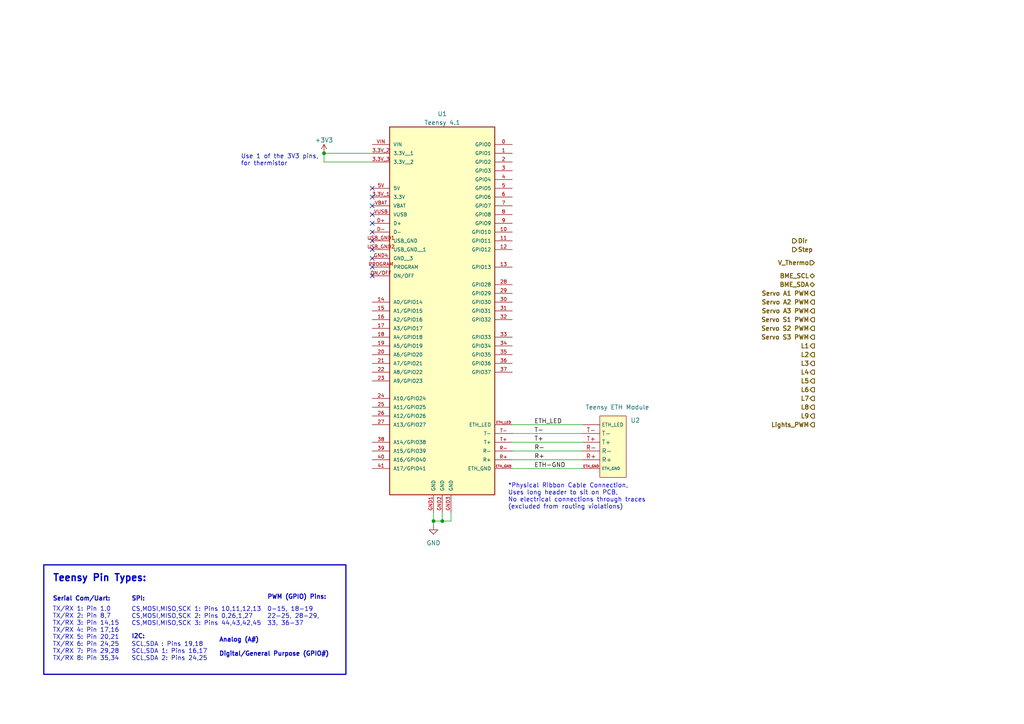
<source format=kicad_sch>
(kicad_sch (version 20230121) (generator eeschema)
  (paper "A4")
  (title_block (title "MCU: Teensy 4.1") (date "2023-11-27") (rev "1") (company "Matthew Szalawiga"))
  (lib_symbols
    (symbol "Schematic_Lib:Teensy_ETH_Module"
      (property "Reference" "U4" (at 3.81 -1.27 0))
      (property "Value" "Teensy ETH Module" (at 0 2.54 0))
      (symbol "Teensy_ETH_Module_0_1"
        (rectangle (start -5.08 0) (end 2.54 -17.78) (fill (type background)))
      )
      (symbol "Teensy_ETH_Module_1_1"
        (pin input line (at -10.16 -2.54 0) (length 5.08) (name "ETH_LED") (number ""))
        (pin input line (at -10.16 -15.24 0) (length 5.08) (name "ETH_GND") (number "ETH_GND"))
        (pin bidirectional line (at -10.16 -12.7 0) (length 5.08) (name "R+") (number "R+"))
        (pin bidirectional line (at -10.16 -10.16 0) (length 5.08) (name "R-") (number "R-"))
        (pin bidirectional line (at -10.16 -7.62 0) (length 5.08) (name "T+") (number "T+"))
        (pin bidirectional line (at -10.16 -5.08 0) (length 5.08) (name "T-") (number "T-"))
      )
    )
    (symbol "Teensy4-1:DEV-16771" (pin_names (offset 1.016))
      (property "Reference" "U1" (at 0 54.61 0))
      (property "Value" "Teensy 4.1" (at 0 52.07 0))
      (symbol "DEV-16771_0_0"
        (rectangle (start -15.24 50.8) (end 15.24 -55.88) (stroke (width 0.254)) (fill (type background)))
        (pin bidirectional line (at 20.32 45.72 180) (length 5.08) (name "GPIO0") (number "0"))
        (pin bidirectional line (at 20.32 43.18 180) (length 5.08) (name "GPIO1") (number "1"))
        (pin bidirectional line (at 20.32 20.32 180) (length 5.08) (name "GPIO10") (number "10"))
        (pin bidirectional line (at 20.32 17.78 180) (length 5.08) (name "GPIO11") (number "11"))
        (pin bidirectional line (at 20.32 15.24 180) (length 5.08) (name "GPIO12") (number "12"))
        (pin bidirectional line (at 20.32 10.16 180) (length 5.08) (name "GPIO13") (number "13"))
        (pin bidirectional line (at -20.32 0 0) (length 5.08) (name "A0/GPIO14") (number "14"))
        (pin bidirectional line (at -20.32 -2.54 0) (length 5.08) (name "A1/GPIO15") (number "15"))
        (pin bidirectional line (at -20.32 -5.08 0) (length 5.08) (name "A2/GPIO16") (number "16"))
        (pin bidirectional line (at -20.32 -7.62 0) (length 5.08) (name "A3/GPIO17") (number "17"))
        (pin bidirectional line (at -20.32 -10.16 0) (length 5.08) (name "A4/GPIO18") (number "18"))
        (pin bidirectional line (at -20.32 -12.7 0) (length 5.08) (name "A5/GPIO19") (number "19"))
        (pin output line (at 20.32 40.64 180) (length 5.08) (name "GPIO2") (number "2"))
        (pin bidirectional line (at -20.32 -15.24 0) (length 5.08) (name "A6/GPIO20") (number "20"))
        (pin bidirectional line (at -20.32 -17.78 0) (length 5.08) (name "A7/GPIO21") (number "21"))
        (pin bidirectional line (at -20.32 -20.32 0) (length 5.08) (name "A8/GPIO22") (number "22"))
        (pin bidirectional line (at -20.32 -22.86 0) (length 5.08) (name "A9/GPIO23") (number "23"))
        (pin bidirectional line (at -20.32 -27.94 0) (length 5.08) (name "A10/GPIO24") (number "24"))
        (pin bidirectional line (at -20.32 -30.48 0) (length 5.08) (name "A11/GPIO25") (number "25"))
        (pin bidirectional line (at -20.32 -33.02 0) (length 5.08) (name "A12/GPIO26") (number "26"))
        (pin bidirectional line (at -20.32 -35.56 0) (length 5.08) (name "A13/GPIO27") (number "27"))
        (pin bidirectional line (at 20.32 5.08 180) (length 5.08) (name "GPIO28") (number "28"))
        (pin bidirectional line (at 20.32 2.54 180) (length 5.08) (name "GPIO29") (number "29"))
        (pin bidirectional line (at 20.32 38.1 180) (length 5.08) (name "GPIO3") (number "3"))
        (pin power_in line (at -20.32 30.48 0) (length 5.08) (name "3.3V") (number "3.3V_1"))
        (pin power_out line (at -20.32 43.18 0) (length 5.08) (name "3.3V__1") (number "3.3V_2"))
        (pin power_out line (at -20.32 40.64 0) (length 5.08) (name "3.3V__2") (number "3.3V_3"))
        (pin bidirectional line (at 20.32 0 180) (length 5.08) (name "GPIO30") (number "30"))
        (pin bidirectional line (at 20.32 -2.54 180) (length 5.08) (name "GPIO31") (number "31"))
        (pin bidirectional line (at 20.32 -5.08 180) (length 5.08) (name "GPIO32") (number "32"))
        (pin bidirectional line (at 20.32 -10.16 180) (length 5.08) (name "GPIO33") (number "33"))
        (pin bidirectional line (at 20.32 -12.7 180) (length 5.08) (name "GPIO34") (number "34"))
        (pin bidirectional line (at 20.32 -15.24 180) (length 5.08) (name "GPIO35") (number "35"))
        (pin bidirectional line (at 20.32 -17.78 180) (length 5.08) (name "GPIO36") (number "36"))
        (pin bidirectional line (at 20.32 -20.32 180) (length 5.08) (name "GPIO37") (number "37"))
        (pin bidirectional line (at -20.32 -40.64 0) (length 5.08) (name "A14/GPIO38") (number "38"))
        (pin bidirectional line (at -20.32 -43.18 0) (length 5.08) (name "A15/GPIO39") (number "39"))
        (pin bidirectional line (at 20.32 35.56 180) (length 5.08) (name "GPIO4") (number "4"))
        (pin bidirectional line (at -20.32 -45.72 0) (length 5.08) (name "A16/GPIO40") (number "40"))
        (pin bidirectional line (at -20.32 -48.26 0) (length 5.08) (name "A17/GPIO41") (number "41"))
        (pin bidirectional line (at 20.32 33.02 180) (length 5.08) (name "GPIO5") (number "5"))
        (pin power_in line (at -20.32 33.02 0) (length 5.08) (name "5V") (number "5V"))
        (pin bidirectional line (at 20.32 30.48 180) (length 5.08) (name "GPIO6") (number "6"))
        (pin bidirectional line (at 20.32 27.94 180) (length 5.08) (name "GPIO7") (number "7"))
        (pin bidirectional line (at 20.32 25.4 180) (length 5.08) (name "GPIO8") (number "8"))
        (pin bidirectional line (at 20.32 22.86 180) (length 5.08) (name "GPIO9") (number "9"))
        (pin bidirectional line (at -20.32 22.86 0) (length 5.08) (name "D+") (number "D+"))
        (pin bidirectional line (at -20.32 20.32 0) (length 5.08) (name "D-") (number "D-"))
        (pin power_in line (at 20.32 -48.26 180) (length 5.08) (name "ETH_GND") (number "ETH_GND"))
        (pin bidirectional line (at 20.32 -35.56 180) (length 5.08) (name "ETH_LED") (number "ETH_LED"))
        (pin power_in line (at -2.54 -60.96 90) (length 5.08) (name "GND") (number "GND1"))
        (pin power_in line (at 0 -60.96 90) (length 5.08) (name "GND") (number "GND2"))
        (pin power_in line (at 2.54 -60.96 90) (length 5.08) (name "GND") (number "GND3"))
        (pin power_in line (at -20.32 12.7 0) (length 5.08) (name "GND__3") (number "GND4"))
        (pin bidirectional line (at -20.32 7.62 0) (length 5.08) (name "ON/OFF") (number "ON/OFF"))
        (pin bidirectional line (at -20.32 10.16 0) (length 5.08) (name "PROGRAM") (number "PROGRAM"))
        (pin bidirectional line (at 20.32 -45.72 180) (length 5.08) (name "R+") (number "R+"))
        (pin bidirectional line (at 20.32 -43.18 180) (length 5.08) (name "R-") (number "R-"))
        (pin bidirectional line (at 20.32 -40.64 180) (length 5.08) (name "T+") (number "T+"))
        (pin bidirectional line (at 20.32 -38.1 180) (length 5.08) (name "T-") (number "T-"))
        (pin power_in line (at -20.32 17.78 0) (length 5.08) (name "USB_GND") (number "USB_GND1"))
        (pin power_in line (at -20.32 15.24 0) (length 5.08) (name "USB_GND__1") (number "USB_GND2"))
        (pin passive line (at -20.32 27.94 0) (length 5.08) (name "VBAT") (number "VBAT"))
        (pin input line (at -20.32 45.72 0) (length 5.08) (name "VIN") (number "VIN"))
        (pin passive line (at -20.32 25.4 0) (length 5.08) (name "VUSB") (number "VUSB"))
      )
    )
    (symbol "power:+3V3" (power) (pin_names (offset 0))
      (property "Value" "+3V3" (at 0 3.556 0))
      (symbol "+3V3_0_1"
        (polyline (pts (xy -0.762 1.27) (xy 0 2.54)))
        (polyline (pts (xy 0 0) (xy 0 2.54)))
        (polyline (pts (xy 0 2.54) (xy 0.762 1.27)))
      )
      (symbol "+3V3_1_1"
        (pin power_in line (at 0 0 90) (length 0) hide (name "+3V3") (number "1"))
      )
    )
    (symbol "power:GND" (power) (pin_names (offset 0))
      (property "Value" "GND" (at 0 -3.81 0))
      (symbol "GND_0_1"
        (polyline (pts (xy 0 0) (xy 0 -1.27) (xy 1.27 -1.27) (xy 0 -2.54) (xy -1.27 -1.27) (xy 0 -1.27)))
      )
      (symbol "GND_1_1"
        (pin power_in line (at 0 0 270) (length 0) hide (name "GND") (number "1"))
      )
    )
  )
  (junction (at 93.98 44.45))
  (junction (at 128.27 151.13))
  (junction (at 125.73 151.13))
  (no_connect (at 107.95 77.47))
  (no_connect (at 107.95 64.77))
  (no_connect (at 107.95 62.23))
  (no_connect (at 107.95 72.39))
  (no_connect (at 107.95 57.15))
  (no_connect (at 107.95 67.31))
  (no_connect (at 107.95 74.93))
  (no_connect (at 107.95 80.01))
  (no_connect (at 107.95 54.61))
  (no_connect (at 107.95 59.69))
  (no_connect (at 107.95 69.85))
  (wire (pts (xy 148.59 133.35) (xy 168.91 133.35)))
  (wire (pts (xy 93.98 46.99) (xy 93.98 44.45)))
  (wire (pts (xy 128.27 151.13) (xy 125.73 151.13)))
  (wire (pts (xy 130.81 151.13) (xy 128.27 151.13)))
  (wire (pts (xy 125.73 151.13) (xy 125.73 152.4)))
  (wire (pts (xy 93.98 46.99) (xy 107.95 46.99)))
  (wire (pts (xy 148.59 135.89) (xy 168.91 135.89)))
  (wire (pts (xy 128.27 148.59) (xy 128.27 151.13)))
  (wire (pts (xy 130.81 148.59) (xy 130.81 151.13)))
  (wire (pts (xy 148.59 130.81) (xy 168.91 130.81)))
  (wire (pts (xy 148.59 128.27) (xy 168.91 128.27)))
  (wire (pts (xy 125.73 148.59) (xy 125.73 151.13)))
  (wire (pts (xy 93.98 44.45) (xy 107.95 44.45)))
  (wire (pts (xy 148.59 125.73) (xy 168.91 125.73)))
  (wire (pts (xy 148.59 123.19) (xy 168.91 123.19)))
  (rectangle (start 12.7 163.83) (end 100.33 195.58) (stroke (width 0.35)))
  (text "SCL,SDA : Pins 19,18\nSCL,SDA 1: Pins 16,17\nSCL,SDA 2: Pins 24,25" (at 38.1 191.77 0) (effects (font (size 1.27 1.27)) (justify left bottom)))
  (text "Analog (A#)\n\nDigital/General Purpose (GPIO#)" (at 63.5 190.5 0) (effects (font (size 1.27 1.27) (thickness 0.254) bold) (justify left bottom)))
  (text "*Physical Ribbon Cable Connection, \nUses long header to sit on PCB,\nNo electrical connections through traces \n(excluded from routing violations)\n\n" (at 147.32 149.86 0) (effects (font (size 1.27 1.27)) (justify left bottom)))
  (text "0-15, 18-19\n22-25, 28-29,\n33, 36-37" (at 77.47 181.61 0) (effects (font (size 1.27 1.27)) (justify left bottom)))
  (text "I2C:" (at 38.1 185.42 0) (effects (font (size 1.27 1.27) bold) (justify left bottom)))
  (text "\nTX/RX 1: Pin 1,0\nTX/RX 2: Pin 8,7\nTX/RX 3: Pin 14,15\nTX/RX 4: Pin 17,16\nTX/RX 5: Pin 20,21\nTX/RX 6: Pin 24,25\nTX/RX 7: Pin 29,28\nTX/RX 8: Pin 35,34" (at 15.24 191.77 0) (effects (font (size 1.27 1.27)) (justify left bottom)))
  (text "Serial Com/Uart:\n\n" (at 15.24 176.53 0) (effects (font (size 1.27 1.27) (thickness 0.254) bold) (justify left bottom)))
  (text "Teensy Pin Types:" (at 15.24 168.91 0) (effects (font (size 2 2) (thickness 0.4) bold) (justify left bottom)))
  (text "Use 1 of the 3V3 pins,\nfor thermistor\n" (at 69.85 48.26 0) (effects (font (size 1.27 1.27)) (justify left bottom)))
  (text "CS,MOSI,MISO,SCK 1: Pins 10,11,12,13\nCS,MOSI,MISO,SCK 2: Pins 0,26,1,27\nCS,MOSI,MISO,SCK 3: Pins 44,43,42,45" (at 38.1 181.61 0) (effects (font (size 1.27 1.27)) (justify left bottom)))
  (text "PWM (GPIO) Pins:" (at 77.47 173.99 0) (effects (font (size 1.27 1.27) bold) (justify left bottom)))
  (text "SPI:\n\n" (at 38.1 176.53 0) (effects (font (size 1.27 1.27) (thickness 0.254) bold) (justify left bottom)))
  (label "T-" (at 154.94 125.73 0))
  (label "ETH-GND" (at 154.94 135.89 0))
  (label "T+" (at 154.94 128.27 0))
  (label "R-" (at 154.94 130.81 0))
  (label "ETH_LED" (at 154.94 123.19 0))
  (label "R+" (at 154.94 133.35 0))
  (hierarchical_label "BME_SDA" (shape bidirectional) (at 236.22 82.55 180) (effects (font (thickness 0.254) bold)))
  (hierarchical_label "Servo A1 PWM" (shape output) (at 236.22 85.09 180) (effects (font bold)))
  (hierarchical_label "Servo S2 PWM" (shape output) (at 236.22 95.25 180) (effects (font bold)))
  (hierarchical_label "Dir" (shape output) (at 229.87 69.85 0) (effects (font bold)))
  (hierarchical_label "Servo S1 PWM" (shape output) (at 236.22 92.71 180) (effects (font bold)))
  (hierarchical_label "L4" (shape output) (at 236.22 107.95 180) (effects (font (thickness 0.254) bold)))
  (hierarchical_label "L6" (shape output) (at 236.22 113.03 180) (effects (font (thickness 0.254) bold)))
  (hierarchical_label "Servo S3 PWM" (shape output) (at 236.22 97.79 180) (effects (font bold)))
  (hierarchical_label "Servo A3 PWM" (shape output) (at 236.22 90.17 180) (effects (font bold)))
  (hierarchical_label "L9" (shape output) (at 236.22 120.65 180) (effects (font (thickness 0.254) bold)))
  (hierarchical_label "Step" (shape output) (at 229.87 72.39 0) (effects (font bold)))
  (hierarchical_label "BME_SCL" (shape bidirectional) (at 236.22 80.01 180) (effects (font (thickness 0.254) bold)))
  (hierarchical_label "L5" (shape output) (at 236.22 110.49 180) (effects (font (thickness 0.254) bold)))
  (hierarchical_label "V_Thermo" (shape input) (at 236.22 76.2 180) (effects (font (thickness 0.254) bold)))
  (hierarchical_label "L2" (shape output) (at 236.22 102.87 180) (effects (font (thickness 0.254) bold)))
  (hierarchical_label "L3" (shape output) (at 236.22 105.41 180) (effects (font (thickness 0.254) bold)))
  (hierarchical_label "Lights_PWM" (shape output) (at 236.22 123.19 180) (effects (font (thickness 0.254) bold)))
  (hierarchical_label "L8" (shape output) (at 236.22 118.11 180) (effects (font (thickness 0.254) bold)))
  (hierarchical_label "Servo A2 PWM" (shape output) (at 236.22 87.63 180) (effects (font bold)))
  (hierarchical_label "L1" (shape output) (at 236.22 100.33 180) (effects (font (thickness 0.254) bold)))
  (hierarchical_label "L7" (shape output) (at 236.22 115.57 180) (effects (font (thickness 0.254) bold)))
  (symbol (lib_id "power:+3V3") (at 93.98 44.45 0) (unit 1)
    (property "Reference" "#PWR04" (effects hide))
    (property "Value" "+3V3" (at 93.98 40.64 0))
  )
  (symbol (lib_id "power:GND") (at 125.73 152.4 0) (unit 1)
    (property "Reference" "#PWR01" (effects hide))
    (property "Value" "GND" (at 125.73 157.48 0))
  )
  (symbol (lib_id "Schematic_Lib:Teensy_ETH_Module") (at 179.07 120.65 0) (unit 1)
    (property "Reference" "U2" (at 182.88 121.92 0) (effects (justify left)))
    (property "Value" "Teensy ETH Module" (at 179.07 118.11 0))
    (property "Footprint" "Footprint_LIB:Teensy ETH Module" (effects hide))
  )
  (symbol (lib_id "Teensy4-1:DEV-16771") (at 128.27 87.63 0) (unit 1)
    (property "Reference" "U1" (at 128.27 33.02 0))
    (property "Value" "Teensy 4.1" (at 128.27 35.56 0))
    (property "Footprint" "Footprint_LIB:Teensy4-1" (effects hide))
    (property "PARTREV" "4.1" (effects hide))
    (property "MANUFACTURER" "SparkFun Electronics" (effects hide))
    (property "MAXIMUM_PACKAGE_HEIGHT" "4.07mm" (effects hide))
    (property "STANDARD" "Manufacturer recommendations" (effects hide))
  )
)
</source>
